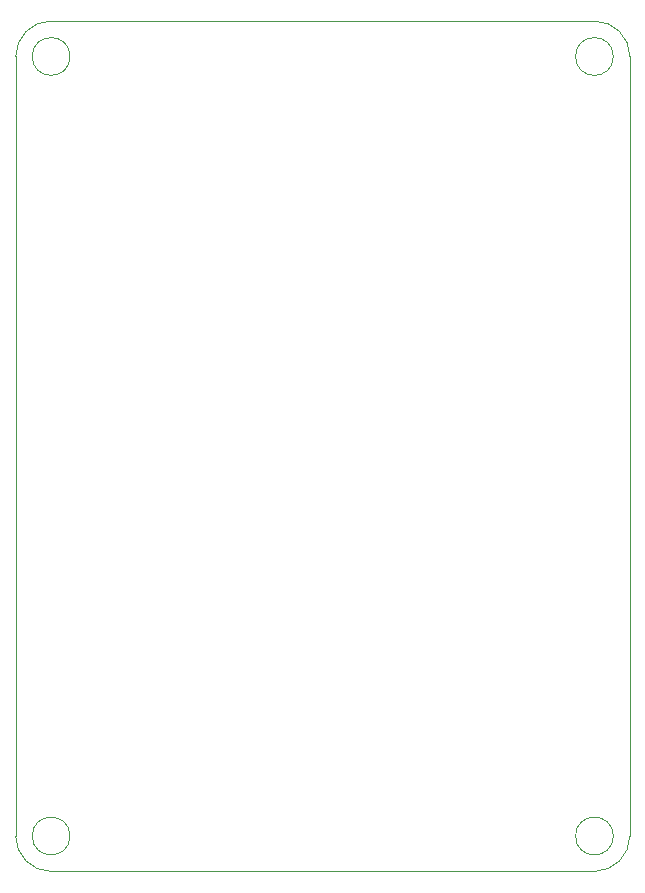
<source format=gbr>
G04 #@! TF.GenerationSoftware,KiCad,Pcbnew,(5.1.5)-3*
G04 #@! TF.CreationDate,2023-01-24T14:10:26+01:00*
G04 #@! TF.ProjectId,pump controller schematics,70756d70-2063-46f6-9e74-726f6c6c6572,rev?*
G04 #@! TF.SameCoordinates,Original*
G04 #@! TF.FileFunction,Profile,NP*
%FSLAX46Y46*%
G04 Gerber Fmt 4.6, Leading zero omitted, Abs format (unit mm)*
G04 Created by KiCad (PCBNEW (5.1.5)-3) date 2023-01-24 14:10:26*
%MOMM*%
%LPD*%
G04 APERTURE LIST*
%ADD10C,0.050000*%
G04 APERTURE END LIST*
D10*
X50600000Y-3000000D02*
G75*
G03X50600000Y-3000000I-1600000J0D01*
G01*
X52000000Y-69000000D02*
G75*
G02X49000000Y-72000000I-3000000J0D01*
G01*
X3000000Y-72000000D02*
G75*
G02X0Y-69000000I0J3000000D01*
G01*
X50600000Y-69000000D02*
G75*
G03X50600000Y-69000000I-1600000J0D01*
G01*
X4600000Y-69000000D02*
G75*
G03X4600000Y-69000000I-1600000J0D01*
G01*
X49000000Y0D02*
G75*
G02X52000000Y-3000000I0J-3000000D01*
G01*
X0Y-3000000D02*
G75*
G02X3000000Y0I3000000J0D01*
G01*
X4600000Y-3000000D02*
G75*
G03X4600000Y-3000000I-1600000J0D01*
G01*
X3000000Y-72000000D02*
X49000000Y-72000000D01*
X52000000Y-3000000D02*
X52000000Y-69000000D01*
X0Y-3000000D02*
X0Y-69000000D01*
X3000000Y0D02*
X49000000Y0D01*
M02*

</source>
